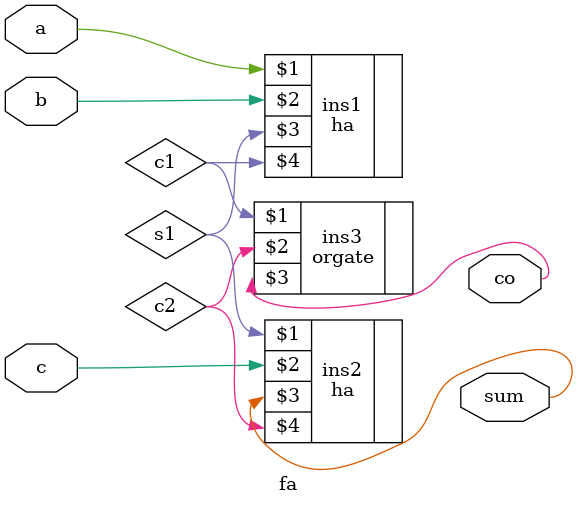
<source format=v>

module fa(input a,b,c,
          output sum,co);
  
  ha ins1(a,b,s1,c1);
  ha ins2(s1,c,sum,c2);
  orgate ins3(c1,c2,co);
    
  
endmodule

</source>
